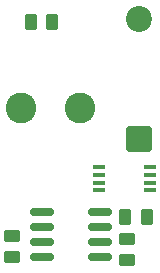
<source format=gbr>
%TF.GenerationSoftware,KiCad,Pcbnew,9.0.4*%
%TF.CreationDate,2025-11-07T15:23:53-06:00*%
%TF.ProjectId,solenoid_breakoutboard,736f6c65-6e6f-4696-945f-627265616b6f,rev?*%
%TF.SameCoordinates,Original*%
%TF.FileFunction,Soldermask,Top*%
%TF.FilePolarity,Negative*%
%FSLAX46Y46*%
G04 Gerber Fmt 4.6, Leading zero omitted, Abs format (unit mm)*
G04 Created by KiCad (PCBNEW 9.0.4) date 2025-11-07 15:23:53*
%MOMM*%
%LPD*%
G01*
G04 APERTURE LIST*
G04 Aperture macros list*
%AMRoundRect*
0 Rectangle with rounded corners*
0 $1 Rounding radius*
0 $2 $3 $4 $5 $6 $7 $8 $9 X,Y pos of 4 corners*
0 Add a 4 corners polygon primitive as box body*
4,1,4,$2,$3,$4,$5,$6,$7,$8,$9,$2,$3,0*
0 Add four circle primitives for the rounded corners*
1,1,$1+$1,$2,$3*
1,1,$1+$1,$4,$5*
1,1,$1+$1,$6,$7*
1,1,$1+$1,$8,$9*
0 Add four rect primitives between the rounded corners*
20,1,$1+$1,$2,$3,$4,$5,0*
20,1,$1+$1,$4,$5,$6,$7,0*
20,1,$1+$1,$6,$7,$8,$9,0*
20,1,$1+$1,$8,$9,$2,$3,0*%
G04 Aperture macros list end*
%ADD10RoundRect,0.250000X-0.262500X-0.450000X0.262500X-0.450000X0.262500X0.450000X-0.262500X0.450000X0*%
%ADD11RoundRect,0.150000X0.825000X0.150000X-0.825000X0.150000X-0.825000X-0.150000X0.825000X-0.150000X0*%
%ADD12RoundRect,0.250000X0.262500X0.450000X-0.262500X0.450000X-0.262500X-0.450000X0.262500X-0.450000X0*%
%ADD13C,2.600000*%
%ADD14RoundRect,0.249999X0.850001X-0.850001X0.850001X0.850001X-0.850001X0.850001X-0.850001X-0.850001X0*%
%ADD15C,2.200000*%
%ADD16R,1.100000X0.400000*%
%ADD17RoundRect,0.250000X0.450000X-0.262500X0.450000X0.262500X-0.450000X0.262500X-0.450000X-0.262500X0*%
%ADD18RoundRect,0.250000X-0.450000X0.262500X-0.450000X-0.262500X0.450000X-0.262500X0.450000X0.262500X0*%
G04 APERTURE END LIST*
D10*
%TO.C,R2*%
X126837500Y-92000000D03*
X128662500Y-92000000D03*
%TD*%
D11*
%TO.C,Q1*%
X124700000Y-95405000D03*
X124700000Y-94135000D03*
X124700000Y-92865000D03*
X124700000Y-91595000D03*
X119750000Y-91595000D03*
X119750000Y-92865000D03*
X119750000Y-94135000D03*
X119750000Y-95405000D03*
%TD*%
D12*
%TO.C,R3*%
X120662500Y-75500000D03*
X118837500Y-75500000D03*
%TD*%
D13*
%TO.C,L1*%
X118000000Y-82750000D03*
X123000000Y-82750000D03*
%TD*%
D14*
%TO.C,D1*%
X128000000Y-85410000D03*
D15*
X128000000Y-75250000D03*
%TD*%
D16*
%TO.C,U1*%
X124600000Y-87775000D03*
X124600000Y-88425000D03*
X124600000Y-89075000D03*
X124600000Y-89725000D03*
X128900000Y-89725000D03*
X128900000Y-89075000D03*
X128900000Y-88425000D03*
X128900000Y-87775000D03*
%TD*%
D17*
%TO.C,R1*%
X127000000Y-95662500D03*
X127000000Y-93837500D03*
%TD*%
D18*
%TO.C,R4*%
X117250000Y-93587500D03*
X117250000Y-95412500D03*
%TD*%
M02*

</source>
